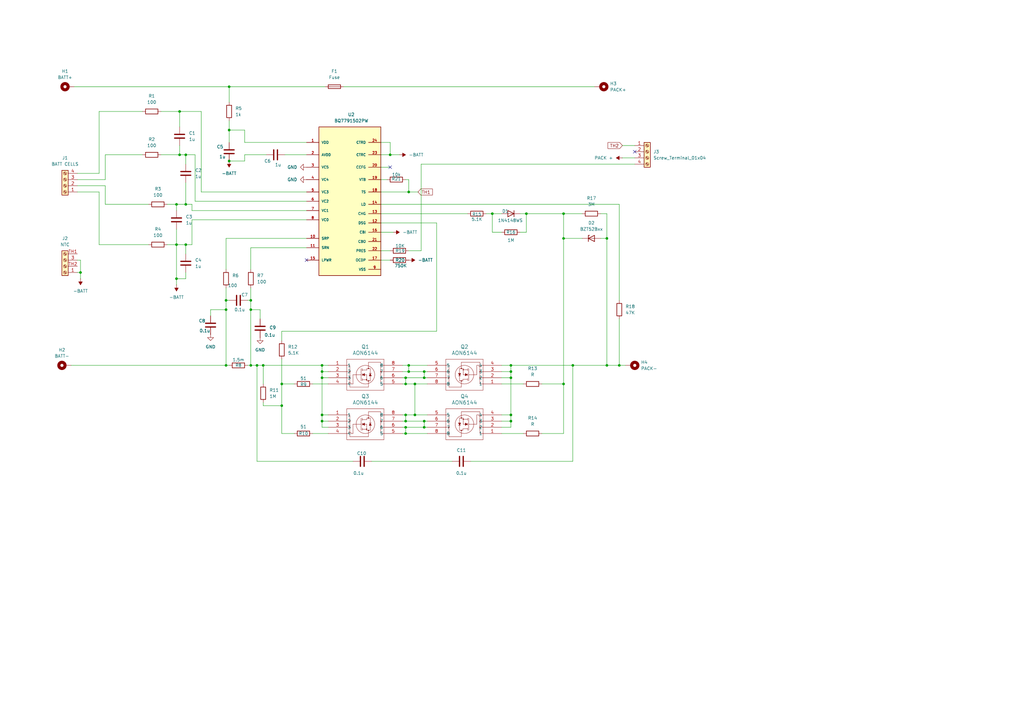
<source format=kicad_sch>
(kicad_sch (version 20250114) (generator "eeschema") (generator_version "9.0")
  (paper "A3")
  (lib_symbols
    (symbol "2025-05-30_15-23-58:AON6144" (pin_names (offset 0.254))
      (property "Reference" "Q" (at 15.24 7.62 0))
      (property "Value" "AON6144" (at 15.24 5.08 0))
      (symbol "AON6144_0_1"
        (polyline (pts (xy 7.62 2.54) (xy 7.62 -10.16)) (stroke (width 0.127)))
        (polyline (pts (xy 7.62 0) (xy 8.89 0)) (stroke (width 0.127)))
        (polyline (pts (xy 7.62 -2.54) (xy 8.89 -2.54)) (stroke (width 0.127)))
        (polyline (pts (xy 7.62 -5.08) (xy 8.89 -5.08)) (stroke (width 0.127)))
        (polyline (pts (xy 7.62 -7.62) (xy 8.382 -7.62)) (stroke (width 0.127)))
        (polyline (pts (xy 7.62 -10.16) (xy 22.86 -10.16)) (stroke (width 0.127)))
        (polyline (pts (xy 8.89 0) (xy 8.89 -8.89)) (stroke (width 0.127)))
        (circle (center 8.89 -2.54) (radius 0.127) (stroke (width 0.254)))
        (circle (center 8.89 -5.08) (radius 0.127) (stroke (width 0.254)))
        (arc (start 8.382 -7.62) (mid 8.89 -7.1142) (end 9.398 -7.62) (stroke (width 0.127)))
        (polyline (pts (xy 8.89 -8.89) (xy 16.51 -8.89)) (stroke (width 0.127)))
        (polyline (pts (xy 10.16 -3.81) (xy 10.16 -7.62)) (stroke (width 0.127)))
        (polyline (pts (xy 10.16 -3.81) (xy 13.462 -3.81)) (stroke (width 0.127)))
        (polyline (pts (xy 10.16 -7.62) (xy 9.398 -7.62)) (stroke (width 0.127)))
        (polyline (pts (xy 13.462 -6.35) (xy 13.462 -1.27)) (stroke (width 0.127)))
        (polyline (pts (xy 13.97 -1.905) (xy 15.875 -1.905)) (stroke (width 0.127)))
        (polyline (pts (xy 13.97 -2.286) (xy 13.97 -1.27)) (stroke (width 0.127)))
        (polyline (pts (xy 13.97 -4.318) (xy 13.97 -3.302)) (stroke (width 0.127)))
        (polyline (pts (xy 13.97 -5.842) (xy 15.748 -5.842)) (stroke (width 0.127)))
        (polyline (pts (xy 13.97 -6.35) (xy 13.97 -5.334)) (stroke (width 0.127)))
        (polyline (pts (xy 14.986 -3.302) (xy 13.97 -3.81) (xy 14.986 -4.318)) (fill (type outline)))
        (polyline (pts (xy 14.986 -3.81) (xy 15.748 -3.81)) (stroke (width 0.127)))
        (circle (center 15.24 -3.81) (radius 3.81) (stroke (width 0.127)))
        (circle (center 15.748 -5.842) (radius 0.127) (stroke (width 0.254)))
        (polyline (pts (xy 15.748 -6.35) (xy 15.748 -3.81)) (stroke (width 0.127)))
        (polyline (pts (xy 15.748 -6.35) (xy 17.272 -6.35)) (stroke (width 0.127)))
        (polyline (pts (xy 15.875 -1.27) (xy 17.272 -1.27)) (stroke (width 0.127)))
        (polyline (pts (xy 15.875 -1.905) (xy 15.875 -1.27)) (stroke (width 0.127)))
        (polyline (pts (xy 16.51 1.27) (xy 16.51 -1.27)) (stroke (width 0.127)))
        (circle (center 16.51 -1.27) (radius 0.127) (stroke (width 0.254)))
        (circle (center 16.51 -6.35) (radius 0.127) (stroke (width 0.254)))
        (polyline (pts (xy 16.51 -8.89) (xy 16.51 -6.35)) (stroke (width 0.127)))
        (polyline (pts (xy 17.272 -3.302) (xy 17.272 -1.27)) (stroke (width 0.127)))
        (polyline (pts (xy 17.272 -6.35) (xy 17.272 -4.318)) (stroke (width 0.127)))
        (polyline (pts (xy 17.78 -3.302) (xy 16.764 -3.302)) (stroke (width 0.127)))
        (polyline (pts (xy 17.78 -4.318) (xy 16.764 -4.318) (xy 17.272 -3.302)) (fill (type outline)))
        (polyline (pts (xy 21.59 1.27) (xy 16.51 1.27)) (stroke (width 0.127)))
        (circle (center 21.59 0) (radius 0.127) (stroke (width 0.254)))
        (circle (center 21.59 -2.54) (radius 0.127) (stroke (width 0.254)))
        (circle (center 21.59 -5.08) (radius 0.127) (stroke (width 0.254)))
        (polyline (pts (xy 21.59 -7.62) (xy 21.59 1.27)) (stroke (width 0.127)))
        (polyline (pts (xy 22.86 2.54) (xy 7.62 2.54)) (stroke (width 0.127)))
        (polyline (pts (xy 22.86 0) (xy 21.59 0)) (stroke (width 0.127)))
        (polyline (pts (xy 22.86 -2.54) (xy 21.59 -2.54)) (stroke (width 0.127)))
        (polyline (pts (xy 22.86 -5.08) (xy 21.59 -5.08)) (stroke (width 0.127)))
        (polyline (pts (xy 22.86 -7.62) (xy 21.59 -7.62)) (stroke (width 0.127)))
        (polyline (pts (xy 22.86 -10.16) (xy 22.86 2.54)) (stroke (width 0.127)))
        (pin unspecified line (at 0 0 0) (length 7.62) (name "1") (number "1"))
        (pin unspecified line (at 0 -2.54 0) (length 7.62) (name "2") (number "2"))
        (pin unspecified line (at 0 -5.08 0) (length 7.62) (name "3") (number "3"))
        (pin unspecified line (at 0 -7.62 0) (length 7.62) (name "4") (number "4"))
        (pin unspecified line (at 30.48 0 180) (length 7.62) (name "8") (number "8"))
        (pin unspecified line (at 30.48 -2.54 180) (length 7.62) (name "7") (number "7"))
        (pin unspecified line (at 30.48 -5.08 180) (length 7.62) (name "6") (number "6"))
        (pin unspecified line (at 30.48 -7.62 180) (length 7.62) (name "5") (number "5"))
      )
    )
    (symbol "BQ7791502PW_1" (pin_names (offset 1.016))
      (property "Reference" "U2" (at 0.5715 35.56 0))
      (property "Value" "BQ7791502PW" (at 0.5715 33.02 0))
      (symbol "BQ7791502PW_1_0_0"
        (rectangle (start -12.7 30.48) (end 12.7 -30.48) (stroke (width 0.254)) (fill (type background)))
        (pin power_in line (at -17.78 24.13 0) (length 5.08) (name "VDD") (number "1"))
        (pin output line (at -17.78 19.05 0) (length 5.08) (name "AVDD") (number "2"))
        (pin input line (at -17.78 13.97 0) (length 5.08) (name "VC5") (number "3"))
        (pin input line (at -17.78 8.89 0) (length 5.08) (name "VC4") (number "4"))
        (pin input line (at -17.78 3.81 0) (length 5.08) (name "VC3") (number "5"))
        (pin input line (at -17.78 0 0) (length 5.08) (name "VC2") (number "6"))
        (pin input line (at -17.78 -3.81 0) (length 5.08) (name "VC1") (number "7"))
        (pin input line (at -17.78 -7.62 0) (length 5.08) (name "VC0") (number "8"))
        (pin input line (at -17.78 -15.24 0) (length 5.08) (name "SRP") (number "10"))
        (pin input line (at -17.78 -19.05 0) (length 5.08) (name "SRN") (number "11"))
        (pin output line (at -17.78 -24.13 0) (length 5.08) (name "LPWR") (number "15"))
        (pin input line (at 12.7 24.13 180) (length 5.08) (name "CTRD") (number "24"))
        (pin input line (at 12.7 19.05 180) (length 5.08) (name "CTRC") (number "23"))
        (pin input line (at 12.7 13.97 180) (length 5.08) (name "CCFG") (number "20"))
        (pin output line (at 12.7 8.89 180) (length 5.08) (name "VTB") (number "19"))
        (pin input line (at 12.7 3.81 180) (length 5.08) (name "TS") (number "18"))
        (pin input line (at 12.7 -1.27 180) (length 5.08) (name "LD") (number "14"))
        (pin output line (at 12.7 -5.08 180) (length 5.08) (name "CHG") (number "13"))
        (pin output line (at 12.7 -8.89 180) (length 5.08) (name "DSG") (number "12"))
        (pin input line (at 12.7 -12.7 180) (length 5.08) (name "CBI") (number "16"))
        (pin output line (at 12.7 -16.51 180) (length 5.08) (name "CBO") (number "21"))
        (pin input line (at 12.7 -20.32 180) (length 5.08) (name "PRES") (number "22"))
        (pin input line (at 12.7 -24.13 180) (length 5.08) (name "OCDP") (number "17"))
        (pin power_in line (at 12.7 -27.94 180) (length 5.08) (name "VSS") (number "9"))
      )
    )
    (symbol "Connector:Screw_Terminal_01x04" (pin_names (offset 1.016) (hide yes))
      (property "Reference" "J" (at 0 5.08 0))
      (property "Value" "Screw_Terminal_01x04" (at 0 -7.62 0))
      (symbol "Screw_Terminal_01x04_1_1"
        (rectangle (start -1.27 3.81) (end 1.27 -6.35) (stroke (width 0.254)) (fill (type background)))
        (polyline (pts (xy -0.5334 2.8702) (xy 0.3302 2.032)) (stroke (width 0.1524)))
        (polyline (pts (xy -0.5334 0.3302) (xy 0.3302 -0.508)) (stroke (width 0.1524)))
        (polyline (pts (xy -0.5334 -2.2098) (xy 0.3302 -3.048)) (stroke (width 0.1524)))
        (polyline (pts (xy -0.5334 -4.7498) (xy 0.3302 -5.588)) (stroke (width 0.1524)))
        (polyline (pts (xy -0.3556 3.048) (xy 0.508 2.2098)) (stroke (width 0.1524)))
        (polyline (pts (xy -0.3556 0.508) (xy 0.508 -0.3302)) (stroke (width 0.1524)))
        (polyline (pts (xy -0.3556 -2.032) (xy 0.508 -2.8702)) (stroke (width 0.1524)))
        (polyline (pts (xy -0.3556 -4.572) (xy 0.508 -5.4102)) (stroke (width 0.1524)))
        (circle (center 0 2.54) (radius 0.635) (stroke (width 0.1524)))
        (circle (center 0 0) (radius 0.635) (stroke (width 0.1524)))
        (circle (center 0 -2.54) (radius 0.635) (stroke (width 0.1524)))
        (circle (center 0 -5.08) (radius 0.635) (stroke (width 0.1524)))
        (pin passive line (at -5.08 2.54 0) (length 3.81) (name "Pin_1") (number "1"))
        (pin passive line (at -5.08 0 0) (length 3.81) (name "Pin_2") (number "2"))
        (pin passive line (at -5.08 -2.54 0) (length 3.81) (name "Pin_3") (number "3"))
        (pin passive line (at -5.08 -5.08 0) (length 3.81) (name "Pin_4") (number "4"))
      )
    )
    (symbol "Device:C" (pin_numbers (hide yes)) (pin_names (offset 0.254))
      (property "Reference" "C" (at 0.635 2.54 0))
      (property "Value" "C" (at 0.635 -2.54 0))
      (symbol "C_0_1"
        (polyline (pts (xy -2.032 0.762) (xy 2.032 0.762)) (stroke (width 0.508)))
        (polyline (pts (xy -2.032 -0.762) (xy 2.032 -0.762)) (stroke (width 0.508)))
      )
      (symbol "C_1_1"
        (pin passive line (at 0 3.81 270) (length 2.794) (name "~") (number "1"))
        (pin passive line (at 0 -3.81 90) (length 2.794) (name "~") (number "2"))
      )
    )
    (symbol "Device:Fuse" (pin_numbers (hide yes)) (pin_names (offset 0))
      (property "Reference" "F" (at 2.032 0 90))
      (property "Value" "Fuse" (at -1.905 0 90))
      (symbol "Fuse_0_1"
        (rectangle (start -0.762 -2.54) (end 0.762 2.54) (stroke (width 0.254)))
        (polyline (pts (xy 0 2.54) (xy 0 -2.54)))
      )
      (symbol "Fuse_1_1"
        (pin passive line (at 0 3.81 270) (length 1.27) (name "~") (number "1"))
        (pin passive line (at 0 -3.81 90) (length 1.27) (name "~") (number "2"))
      )
    )
    (symbol "Device:R" (pin_numbers (hide yes)) (pin_names (offset 0))
      (property "Reference" "R" (at 2.032 0 90))
      (property "Value" "R" (at 0 0 90))
      (symbol "R_0_1"
        (rectangle (start -1.016 -2.54) (end 1.016 2.54) (stroke (width 0.254)))
      )
      (symbol "R_1_1"
        (pin passive line (at 0 3.81 270) (length 1.27) (name "~") (number "1"))
        (pin passive line (at 0 -3.81 90) (length 1.27) (name "~") (number "2"))
      )
    )
    (symbol "Diode:1N4148WS" (pin_numbers (hide yes)) (pin_names (hide yes))
      (property "Reference" "D" (at 0 2.54 0))
      (property "Value" "1N4148WS" (at 0 -2.54 0))
      (symbol "1N4148WS_0_1"
        (polyline (pts (xy -1.27 1.27) (xy -1.27 -1.27)) (stroke (width 0.254)))
        (polyline (pts (xy 1.27 1.27) (xy 1.27 -1.27) (xy -1.27 0) (xy 1.27 1.27)) (stroke (width 0.254)))
        (polyline (pts (xy 1.27 0) (xy -1.27 0)))
      )
      (symbol "1N4148WS_1_1"
        (pin passive line (at -3.81 0 0) (length 2.54) (name "K") (number "1"))
        (pin passive line (at 3.81 0 180) (length 2.54) (name "A") (number "2"))
      )
    )
    (symbol "Diode:BZT52Bxx" (pin_numbers (hide yes)) (pin_names (hide yes))
      (property "Reference" "D" (at 0 2.54 0))
      (property "Value" "BZT52Bxx" (at 0 -2.54 0))
      (symbol "BZT52Bxx_0_1"
        (polyline (pts (xy -1.27 -1.27) (xy -1.27 1.27) (xy -0.762 1.27)) (stroke (width 0.254)))
        (polyline (pts (xy 1.27 0) (xy -1.27 0)))
        (polyline (pts (xy 1.27 -1.27) (xy 1.27 1.27) (xy -1.27 0) (xy 1.27 -1.27)) (stroke (width 0.254)))
      )
      (symbol "BZT52Bxx_1_1"
        (pin passive line (at -3.81 0 0) (length 2.54) (name "K") (number "1"))
        (pin passive line (at 3.81 0 180) (length 2.54) (name "A") (number "2"))
      )
    )
    (symbol "Mechanical:MountingHole_Pad_MP" (pin_numbers (hide yes)) (pin_names (offset 1.016) (hide yes)) (in_bom no)
      (property "Reference" "H" (at 0 6.35 0))
      (property "Value" "MountingHole_Pad_MP" (at 0 4.445 0))
      (symbol "MountingHole_Pad_MP_0_1"
        (circle (center 0 1.27) (radius 1.27) (stroke (width 1.27)))
      )
      (symbol "MountingHole_Pad_MP_1_1"
        (pin input line (at 0 -2.54 90) (length 2.54) (name "MP") (number "MP"))
      )
    )
    (symbol "Screw_Terminal_01x04_1" (pin_names (offset 1.016) (hide yes))
      (property "Reference" "J2" (at 0 -11.43 0))
      (property "Value" "NTC" (at 0 -8.89 0))
      (symbol "Screw_Terminal_01x04_1_1_1"
        (rectangle (start -1.27 3.81) (end 1.27 -6.35) (stroke (width 0.254)) (fill (type background)))
        (polyline (pts (xy -0.5334 2.8702) (xy 0.3302 2.032)) (stroke (width 0.1524)))
        (polyline (pts (xy -0.5334 0.3302) (xy 0.3302 -0.508)) (stroke (width 0.1524)))
        (polyline (pts (xy -0.5334 -2.2098) (xy 0.3302 -3.048)) (stroke (width 0.1524)))
        (polyline (pts (xy -0.5334 -4.7498) (xy 0.3302 -5.588)) (stroke (width 0.1524)))
        (polyline (pts (xy -0.3556 3.048) (xy 0.508 2.2098)) (stroke (width 0.1524)))
        (polyline (pts (xy -0.3556 0.508) (xy 0.508 -0.3302)) (stroke (width 0.1524)))
        (polyline (pts (xy -0.3556 -2.032) (xy 0.508 -2.8702)) (stroke (width 0.1524)))
        (polyline (pts (xy -0.3556 -4.572) (xy 0.508 -5.4102)) (stroke (width 0.1524)))
        (circle (center 0 2.54) (radius 0.635) (stroke (width 0.1524)))
        (circle (center 0 0) (radius 0.635) (stroke (width 0.1524)))
        (circle (center 0 -2.54) (radius 0.635) (stroke (width 0.1524)))
        (circle (center 0 -5.08) (radius 0.635) (stroke (width 0.1524)))
        (pin passive line (at -5.08 2.54 0) (length 3.81) (name "Pin_1") (number "1"))
        (pin passive line (at -5.08 0 0) (length 3.81) (name "Pin_2") (number "TH2"))
        (pin passive line (at -5.08 -2.54 0) (length 3.81) (name "Pin_3") (number "3"))
        (pin passive line (at -5.08 -5.08 0) (length 3.81) (name "Pin_4") (number "TH1"))
      )
    )
    (symbol "power:-BATT" (power) (pin_numbers (hide yes)) (pin_names (offset 0) (hide yes))
      (property "Value" "-BATT" (at 0 3.556 0))
      (symbol "-BATT_0_1"
        (polyline (pts (xy 0 0) (xy 0 2.54)))
        (polyline (pts (xy 0.762 1.27) (xy -0.762 1.27) (xy 0 2.54) (xy 0.762 1.27)) (fill (type outline)))
      )
      (symbol "-BATT_1_1"
        (pin power_in line (at 0 0 90) (length 0) (name "~") (number "1"))
      )
    )
    (symbol "power:GND" (power) (pin_numbers (hide yes)) (pin_names (offset 0) (hide yes))
      (property "Value" "GND" (at 0 -3.81 0))
      (symbol "GND_0_1"
        (polyline (pts (xy 0 0) (xy 0 -1.27) (xy 1.27 -1.27) (xy 0 -2.54) (xy -1.27 -1.27) (xy 0 -1.27)))
      )
      (symbol "GND_1_1"
        (pin power_in line (at 0 0 270) (length 0) (name "~") (number "1"))
      )
    )
  )
  (junction (at 170.18 157.48))
  (junction (at 76.2 83.82))
  (junction (at 248.92 149.86))
  (junction (at 132.08 152.4))
  (junction (at 107.95 149.86))
  (junction (at 73.66 63.5))
  (junction (at 166.37 154.94))
  (junction (at 166.37 172.72))
  (junction (at 173.99 175.26))
  (junction (at 231.14 87.63))
  (junction (at 234.95 149.86))
  (junction (at 215.9 87.63))
  (junction (at 209.55 170.18))
  (junction (at 76.2 100.33))
  (junction (at 170.18 170.18))
  (junction (at 231.14 97.79))
  (junction (at 92.71 149.86))
  (junction (at 115.57 166.37))
  (junction (at 72.39 100.33))
  (junction (at 93.98 53.34))
  (junction (at 132.08 170.18))
  (junction (at 93.98 35.56))
  (junction (at 102.87 127))
  (junction (at 167.64 152.4))
  (junction (at 231.14 157.48))
  (junction (at 173.99 172.72))
  (junction (at 160.02 63.5))
  (junction (at 173.99 154.94))
  (junction (at 33.02 111.76))
  (junction (at 102.87 149.86))
  (junction (at 76.2 63.5))
  (junction (at 166.37 157.48))
  (junction (at 209.55 172.72))
  (junction (at 72.39 83.82))
  (junction (at 209.55 154.94))
  (junction (at 93.98 66.04))
  (junction (at 254 149.86))
  (junction (at 166.37 170.18))
  (junction (at 209.55 149.86))
  (junction (at 173.99 152.4))
  (junction (at 115.57 157.48))
  (junction (at 73.66 45.72))
  (junction (at 132.08 172.72))
  (junction (at 167.64 149.86))
  (junction (at 209.55 152.4))
  (junction (at 167.64 78.74))
  (junction (at 72.39 114.3))
  (junction (at 92.71 123.19))
  (junction (at 166.37 177.8))
  (junction (at 132.08 154.94))
  (junction (at 105.41 149.86))
  (junction (at 201.93 87.63))
  (junction (at 166.37 175.26))
  (junction (at 132.08 149.86))
  (junction (at 92.71 127))
  (junction (at 102.87 123.19))
  (junction (at 248.92 97.79))
  (no_connect (at 160.02 68.58))
  (no_connect (at 260.35 62.23))
  (no_connect (at 125.73 106.68))
  (wire (pts (xy 40.64 45.72) (xy 40.64 71.12)))
  (wire (pts (xy 156.21 83.82) (xy 254 83.82)))
  (wire (pts (xy 80.01 82.55) (xy 125.73 82.55)))
  (wire (pts (xy 76.2 63.5) (xy 76.2 67.31)))
  (wire (pts (xy 128.27 157.48) (xy 134.62 157.48)))
  (wire (pts (xy 209.55 149.86) (xy 234.95 149.86)))
  (wire (pts (xy 193.04 189.23) (xy 234.95 189.23)))
  (wire (pts (xy 93.98 53.34) (xy 93.98 58.42)))
  (wire (pts (xy 93.98 49.53) (xy 93.98 53.34)))
  (wire (pts (xy 254 130.81) (xy 254 149.86)))
  (wire (pts (xy 156.21 68.58) (xy 160.02 68.58)))
  (wire (pts (xy 66.04 45.72) (xy 73.66 45.72)))
  (wire (pts (xy 132.08 170.18) (xy 134.62 170.18)))
  (wire (pts (xy 166.37 175.26) (xy 165.1 175.26)))
  (wire (pts (xy 31.75 111.76) (xy 33.02 111.76)))
  (wire (pts (xy 73.66 45.72) (xy 73.66 52.07)))
  (wire (pts (xy 173.99 175.26) (xy 166.37 175.26)))
  (wire (pts (xy 209.55 175.26) (xy 205.74 175.26)))
  (wire (pts (xy 105.41 189.23) (xy 144.78 189.23)))
  (wire (pts (xy 173.99 154.94) (xy 166.37 154.94)))
  (wire (pts (xy 170.18 157.48) (xy 170.18 170.18)))
  (wire (pts (xy 205.74 95.25) (xy 201.93 95.25)))
  (wire (pts (xy 40.64 78.74) (xy 31.75 78.74)))
  (wire (pts (xy 156.21 78.74) (xy 167.64 78.74)))
  (wire (pts (xy 76.2 74.93) (xy 76.2 83.82)))
  (wire (pts (xy 234.95 149.86) (xy 248.92 149.86)))
  (wire (pts (xy 248.92 149.86) (xy 254 149.86)))
  (wire (pts (xy 40.64 71.12) (xy 31.75 71.12)))
  (wire (pts (xy 167.64 102.87) (xy 172.72 102.87)))
  (wire (pts (xy 175.26 157.48) (xy 170.18 157.48)))
  (wire (pts (xy 93.98 53.34) (xy 100.33 53.34)))
  (wire (pts (xy 72.39 100.33) (xy 72.39 114.3)))
  (wire (pts (xy 33.02 106.68) (xy 33.02 111.76)))
  (wire (pts (xy 160.02 58.42) (xy 160.02 63.5)))
  (wire (pts (xy 80.01 63.5) (xy 80.01 82.55)))
  (wire (pts (xy 43.18 83.82) (xy 43.18 76.2)))
  (wire (pts (xy 209.55 172.72) (xy 209.55 175.26)))
  (wire (pts (xy 209.55 152.4) (xy 209.55 154.94)))
  (wire (pts (xy 248.92 97.79) (xy 248.92 149.86)))
  (wire (pts (xy 167.64 73.66) (xy 166.37 73.66)))
  (wire (pts (xy 201.93 87.63) (xy 205.74 87.63)))
  (wire (pts (xy 175.26 170.18) (xy 170.18 170.18)))
  (wire (pts (xy 132.08 154.94) (xy 134.62 154.94)))
  (wire (pts (xy 132.08 154.94) (xy 132.08 170.18)))
  (wire (pts (xy 167.64 149.86) (xy 165.1 149.86)))
  (wire (pts (xy 179.07 135.89) (xy 115.57 135.89)))
  (wire (pts (xy 29.21 149.86) (xy 92.71 149.86)))
  (wire (pts (xy 134.62 152.4) (xy 132.08 152.4)))
  (wire (pts (xy 101.6 149.86) (xy 102.87 149.86)))
  (wire (pts (xy 100.33 53.34) (xy 100.33 58.42)))
  (wire (pts (xy 205.74 152.4) (xy 209.55 152.4)))
  (wire (pts (xy 68.58 83.82) (xy 72.39 83.82)))
  (wire (pts (xy 102.87 149.86) (xy 105.41 149.86)))
  (wire (pts (xy 40.64 100.33) (xy 60.96 100.33)))
  (wire (pts (xy 78.74 100.33) (xy 78.74 90.17)))
  (wire (pts (xy 102.87 123.19) (xy 101.6 123.19)))
  (wire (pts (xy 231.14 97.79) (xy 238.76 97.79)))
  (wire (pts (xy 72.39 114.3) (xy 76.2 114.3)))
  (wire (pts (xy 209.55 149.86) (xy 209.55 152.4)))
  (wire (pts (xy 72.39 93.98) (xy 72.39 100.33)))
  (wire (pts (xy 66.04 63.5) (xy 73.66 63.5)))
  (wire (pts (xy 31.75 106.68) (xy 33.02 106.68)))
  (wire (pts (xy 92.71 127) (xy 86.36 127)))
  (wire (pts (xy 248.92 87.63) (xy 248.92 97.79)))
  (wire (pts (xy 100.33 63.5) (xy 100.33 66.04)))
  (wire (pts (xy 160.02 63.5) (xy 163.83 63.5)))
  (wire (pts (xy 73.66 63.5) (xy 76.2 63.5)))
  (wire (pts (xy 231.14 97.79) (xy 231.14 157.48)))
  (wire (pts (xy 73.66 45.72) (xy 82.55 45.72)))
  (wire (pts (xy 78.74 90.17) (xy 125.73 90.17)))
  (wire (pts (xy 215.9 95.25) (xy 215.9 87.63)))
  (wire (pts (xy 78.74 83.82) (xy 78.74 86.36)))
  (wire (pts (xy 205.74 170.18) (xy 209.55 170.18)))
  (wire (pts (xy 179.07 91.44) (xy 179.07 135.89)))
  (wire (pts (xy 209.55 154.94) (xy 209.55 170.18)))
  (wire (pts (xy 93.98 35.56) (xy 93.98 41.91)))
  (wire (pts (xy 132.08 170.18) (xy 132.08 172.72)))
  (wire (pts (xy 43.18 63.5) (xy 43.18 73.66)))
  (wire (pts (xy 172.72 102.87) (xy 172.72 67.31)))
  (wire (pts (xy 107.95 149.86) (xy 132.08 149.86)))
  (wire (pts (xy 92.71 97.79) (xy 125.73 97.79)))
  (wire (pts (xy 167.64 78.74) (xy 167.64 73.66)))
  (wire (pts (xy 40.64 100.33) (xy 40.64 78.74)))
  (wire (pts (xy 76.2 100.33) (xy 76.2 104.14)))
  (wire (pts (xy 93.98 35.56) (xy 133.35 35.56)))
  (wire (pts (xy 92.71 118.11) (xy 92.71 123.19)))
  (wire (pts (xy 199.39 87.63) (xy 201.93 87.63)))
  (wire (pts (xy 93.98 66.04) (xy 100.33 66.04)))
  (wire (pts (xy 115.57 157.48) (xy 115.57 166.37)))
  (wire (pts (xy 82.55 45.72) (xy 82.55 78.74)))
  (wire (pts (xy 172.72 67.31) (xy 260.35 67.31)))
  (wire (pts (xy 33.02 111.76) (xy 33.02 114.3)))
  (wire (pts (xy 132.08 172.72) (xy 134.62 172.72)))
  (wire (pts (xy 231.14 87.63) (xy 231.14 97.79)))
  (wire (pts (xy 92.71 127) (xy 92.71 149.86)))
  (wire (pts (xy 175.26 152.4) (xy 173.99 152.4)))
  (wire (pts (xy 156.21 106.68) (xy 160.02 106.68)))
  (wire (pts (xy 92.71 97.79) (xy 92.71 110.49)))
  (wire (pts (xy 43.18 63.5) (xy 58.42 63.5)))
  (wire (pts (xy 132.08 152.4) (xy 132.08 154.94)))
  (wire (pts (xy 213.36 87.63) (xy 215.9 87.63)))
  (wire (pts (xy 166.37 154.94) (xy 166.37 157.48)))
  (wire (pts (xy 173.99 172.72) (xy 166.37 172.72)))
  (wire (pts (xy 167.64 149.86) (xy 167.64 152.4)))
  (wire (pts (xy 167.64 78.74) (xy 171.45 78.74)))
  (wire (pts (xy 105.41 149.86) (xy 107.95 149.86)))
  (wire (pts (xy 156.21 91.44) (xy 179.07 91.44)))
  (wire (pts (xy 231.14 177.8) (xy 222.25 177.8)))
  (wire (pts (xy 209.55 170.18) (xy 209.55 172.72)))
  (wire (pts (xy 222.25 157.48) (xy 231.14 157.48)))
  (wire (pts (xy 30.48 35.56) (xy 93.98 35.56)))
  (wire (pts (xy 82.55 78.74) (xy 125.73 78.74)))
  (wire (pts (xy 73.66 59.69) (xy 73.66 63.5)))
  (wire (pts (xy 175.26 177.8) (xy 166.37 177.8)))
  (wire (pts (xy 132.08 175.26) (xy 134.62 175.26)))
  (wire (pts (xy 72.39 83.82) (xy 72.39 86.36)))
  (wire (pts (xy 152.4 189.23) (xy 185.42 189.23)))
  (wire (pts (xy 213.36 95.25) (xy 215.9 95.25)))
  (wire (pts (xy 205.74 149.86) (xy 209.55 149.86)))
  (wire (pts (xy 205.74 177.8) (xy 214.63 177.8)))
  (wire (pts (xy 175.26 154.94) (xy 173.99 154.94)))
  (wire (pts (xy 173.99 172.72) (xy 173.99 175.26)))
  (wire (pts (xy 156.21 95.25) (xy 161.29 95.25)))
  (wire (pts (xy 140.97 35.56) (xy 243.84 35.56)))
  (wire (pts (xy 205.74 172.72) (xy 209.55 172.72)))
  (wire (pts (xy 170.18 170.18) (xy 166.37 170.18)))
  (wire (pts (xy 102.87 123.19) (xy 102.87 127)))
  (wire (pts (xy 115.57 157.48) (xy 120.65 157.48)))
  (wire (pts (xy 115.57 177.8) (xy 120.65 177.8)))
  (wire (pts (xy 215.9 87.63) (xy 231.14 87.63)))
  (wire (pts (xy 132.08 149.86) (xy 132.08 152.4)))
  (wire (pts (xy 102.87 118.11) (xy 102.87 123.19)))
  (wire (pts (xy 246.38 87.63) (xy 248.92 87.63)))
  (wire (pts (xy 160.02 63.5) (xy 156.21 63.5)))
  (wire (pts (xy 92.71 123.19) (xy 92.71 127)))
  (wire (pts (xy 166.37 175.26) (xy 166.37 177.8)))
  (wire (pts (xy 115.57 135.89) (xy 115.57 139.7)))
  (wire (pts (xy 166.37 170.18) (xy 166.37 172.72)))
  (wire (pts (xy 78.74 86.36) (xy 125.73 86.36)))
  (wire (pts (xy 205.74 154.94) (xy 209.55 154.94)))
  (wire (pts (xy 72.39 114.3) (xy 72.39 116.84)))
  (wire (pts (xy 173.99 152.4) (xy 173.99 154.94)))
  (wire (pts (xy 100.33 58.42) (xy 125.73 58.42)))
  (wire (pts (xy 166.37 157.48) (xy 165.1 157.48)))
  (wire (pts (xy 107.95 165.1) (xy 107.95 166.37)))
  (wire (pts (xy 175.26 172.72) (xy 173.99 172.72)))
  (wire (pts (xy 205.74 157.48) (xy 214.63 157.48)))
  (wire (pts (xy 156.21 58.42) (xy 160.02 58.42)))
  (wire (pts (xy 255.27 64.77) (xy 260.35 64.77)))
  (wire (pts (xy 167.64 152.4) (xy 165.1 152.4)))
  (wire (pts (xy 76.2 63.5) (xy 80.01 63.5)))
  (wire (pts (xy 166.37 154.94) (xy 165.1 154.94)))
  (wire (pts (xy 201.93 95.25) (xy 201.93 87.63)))
  (wire (pts (xy 106.68 127) (xy 106.68 130.81)))
  (wire (pts (xy 254 149.86) (xy 256.54 149.86)))
  (wire (pts (xy 68.58 100.33) (xy 72.39 100.33)))
  (wire (pts (xy 173.99 152.4) (xy 167.64 152.4)))
  (wire (pts (xy 102.87 127) (xy 102.87 149.86)))
  (wire (pts (xy 132.08 172.72) (xy 132.08 175.26)))
  (wire (pts (xy 128.27 177.8) (xy 134.62 177.8)))
  (wire (pts (xy 72.39 83.82) (xy 76.2 83.82)))
  (wire (pts (xy 105.41 149.86) (xy 105.41 189.23)))
  (wire (pts (xy 115.57 147.32) (xy 115.57 157.48)))
  (wire (pts (xy 170.18 157.48) (xy 166.37 157.48)))
  (wire (pts (xy 86.36 127) (xy 86.36 129.54)))
  (wire (pts (xy 100.33 63.5) (xy 109.22 63.5)))
  (wire (pts (xy 166.37 177.8) (xy 165.1 177.8)))
  (wire (pts (xy 72.39 100.33) (xy 76.2 100.33)))
  (wire (pts (xy 156.21 87.63) (xy 191.77 87.63)))
  (wire (pts (xy 234.95 189.23) (xy 234.95 149.86)))
  (wire (pts (xy 231.14 87.63) (xy 238.76 87.63)))
  (wire (pts (xy 156.21 102.87) (xy 160.02 102.87)))
  (wire (pts (xy 166.37 170.18) (xy 165.1 170.18)))
  (wire (pts (xy 175.26 175.26) (xy 173.99 175.26)))
  (wire (pts (xy 116.84 63.5) (xy 125.73 63.5)))
  (wire (pts (xy 92.71 149.86) (xy 93.98 149.86)))
  (wire (pts (xy 92.71 123.19) (xy 93.98 123.19)))
  (wire (pts (xy 134.62 149.86) (xy 132.08 149.86)))
  (wire (pts (xy 156.21 73.66) (xy 158.75 73.66)))
  (wire (pts (xy 76.2 83.82) (xy 78.74 83.82)))
  (wire (pts (xy 40.64 45.72) (xy 58.42 45.72)))
  (wire (pts (xy 102.87 127) (xy 106.68 127)))
  (wire (pts (xy 115.57 166.37) (xy 115.57 177.8)))
  (wire (pts (xy 175.26 149.86) (xy 167.64 149.86)))
  (wire (pts (xy 231.14 157.48) (xy 231.14 177.8)))
  (wire (pts (xy 102.87 101.6) (xy 102.87 110.49)))
  (wire (pts (xy 107.95 149.86) (xy 107.95 157.48)))
  (wire (pts (xy 43.18 83.82) (xy 60.96 83.82)))
  (wire (pts (xy 166.37 172.72) (xy 165.1 172.72)))
  (wire (pts (xy 43.18 73.66) (xy 31.75 73.66)))
  (wire (pts (xy 43.18 76.2) (xy 31.75 76.2)))
  (wire (pts (xy 125.73 101.6) (xy 102.87 101.6)))
  (wire (pts (xy 76.2 114.3) (xy 76.2 111.76)))
  (wire (pts (xy 76.2 100.33) (xy 78.74 100.33)))
  (wire (pts (xy 107.95 166.37) (xy 115.57 166.37)))
  (wire (pts (xy 254 83.82) (xy 254 123.19)))
  (wire (pts (xy 248.92 97.79) (xy 246.38 97.79)))
  (wire (pts (xy 255.27 59.69) (xy 260.35 59.69)))
  (global_label "TH1" (shape input) (at 171.45 78.74 0) (property "Intersheetrefs" "${INTERSHEET_REFS}" (effects (hide yes))))
  (global_label "TH2" (shape input) (at 255.27 59.69 180) (property "Intersheetrefs" "${INTERSHEET_REFS}" (effects (hide yes))))
  (symbol (lib_id "Device:R") (at 64.77 83.82 90) (unit 1)
    (property "Reference" "R3" (at 64.77 77.47 90))
    (property "Value" "100" (at 64.77 80.01 90))
    (property "Footprint" "Resistor_SMD:R_1206_3216Metric" (effects (hide yes)))
    (property "Description" "Resistor" (effects (hide yes)))
  )
  (symbol (lib_id "Device:R") (at 62.23 45.72 90) (unit 1)
    (property "Reference" "R1" (at 62.23 39.37 90))
    (property "Value" "100" (at 62.23 41.91 90))
    (property "Footprint" "Resistor_SMD:R_0805_2012Metric" (effects (hide yes)))
    (property "Description" "Resistor" (effects (hide yes)))
  )
  (symbol (lib_id "Device:R") (at 242.57 87.63 90) (unit 1)
    (property "Reference" "R17" (at 242.57 81.28 90))
    (property "Value" "3M" (at 242.57 83.82 90))
    (property "Footprint" "Resistor_SMD:R_0201_0603Metric" (effects (hide yes)))
    (property "Description" "Resistor" (effects (hide yes)))
  )
  (symbol (lib_id "Device:C") (at 148.59 189.23 90) (unit 1)
    (property "Reference" "C10" (at 148.336 185.928 90))
    (property "Value" "0.1u" (at 147.066 194.056 90))
    (property "Footprint" "Capacitor_SMD:C_0805_2012Metric" (effects (hide yes)))
    (property "Description" "Unpolarized capacitor" (effects (hide yes)))
  )
  (symbol (lib_id "power:-BATT") (at 255.27 64.77 90) (unit 1)
    (property "Reference" "#PWR08" (effects (hide yes)))
    (property "Value" "PACK +" (at 251.46 64.7699 90) (effects (justify left)))
    (property "Description" "Power symbol creates a global label with name \"-BATT\"" (effects (hide yes)))
  )
  (symbol (lib_id "power:-BATT") (at 93.98 66.04 180) (unit 1)
    (property "Reference" "#PWR02" (effects (hide yes)))
    (property "Value" "-BATT" (at 93.98 71.12 0))
    (property "Description" "Power symbol creates a global label with name \"-BATT\"" (effects (hide yes)))
  )
  (symbol (lib_id "Device:C") (at 106.68 134.62 0) (unit 1)
    (property "Reference" "C9" (at 110.49 134.366 0) (effects (justify left)))
    (property "Value" "0.1u" (at 108.458 137.414 0) (effects (justify left)))
    (property "Footprint" "Capacitor_SMD:C_0805_2012Metric" (effects (hide yes)))
    (property "Description" "Unpolarized capacitor" (effects (hide yes)))
  )
  (symbol (lib_id "power:-BATT") (at 72.39 116.84 180) (unit 1)
    (property "Reference" "#PWR01" (effects (hide yes)))
    (property "Value" "-BATT" (at 72.39 121.92 0))
    (property "Description" "Power symbol creates a global label with name \"-BATT\"" (effects (hide yes)))
  )
  (symbol (lib_id "power:GND") (at 86.36 137.16 0) (unit 1)
    (property "Reference" "#PWR06" (effects (hide yes)))
    (property "Value" "GND" (at 86.36 142.24 0))
    (property "Description" "Power symbol creates a global label with name \"GND\" , ground" (effects (hide yes)))
  )
  (symbol (lib_id "Device:R") (at 92.71 114.3 0) (unit 1)
    (property "Reference" "R6" (at 95.25 113.0299 0) (effects (justify left)))
    (property "Value" "100" (at 93.472 117.094 0) (effects (justify left)))
    (property "Footprint" "Resistor_SMD:R_0603_1608Metric" (effects (hide yes)))
    (property "Description" "Resistor" (effects (hide yes)))
  )
  (symbol (lib_id "Device:R") (at 162.56 73.66 90) (unit 1)
    (property "Reference" "R21" (at 162.56 73.406 90))
    (property "Value" "10k" (at 162.56 71.628 90))
    (property "Footprint" "Resistor_SMD:R_0603_1608Metric" (effects (hide yes)))
    (property "Description" "Resistor" (effects (hide yes)))
  )
  (symbol (lib_id "Device:Fuse") (at 137.16 35.56 90) (unit 1)
    (property "Reference" "F1" (at 137.16 29.21 90))
    (property "Value" "Fuse" (at 137.16 31.75 90))
    (property "Footprint" "Fuse:Fuse_0603_1608Metric" (effects (hide yes)))
    (property "Description" "Fuse" (effects (hide yes)))
  )
  (symbol (lib_id "Device:C") (at 97.79 123.19 90) (unit 1)
    (property "Reference" "C7" (at 100.33 120.904 90))
    (property "Value" "0.1u" (at 98.298 127 90))
    (property "Footprint" "Capacitor_SMD:C_0805_2012Metric" (effects (hide yes)))
    (property "Description" "Unpolarized capacitor" (effects (hide yes)))
  )
  (symbol (lib_id "Connector:Screw_Terminal_01x04") (at 265.43 62.23 0) (unit 1)
    (property "Reference" "J3" (at 267.97 62.2299 0) (effects (justify left)))
    (property "Value" "Screw_Terminal_01x04" (at 267.97 64.7699 0) (effects (justify left)))
    (property "Description" "Generic screw terminal, single row, 01x04, script generated (kicad-library-utils/schlib/autogen/connector/)" (effects (hide yes)))
  )
  (symbol (lib_id "Device:R") (at 93.98 45.72 0) (unit 1)
    (property "Reference" "R5" (at 96.52 44.4499 0) (effects (justify left)))
    (property "Value" "1k" (at 96.52 46.9899 0) (effects (justify left)))
    (property "Footprint" "Resistor_SMD:R_1206_3216Metric" (effects (hide yes)))
    (property "Description" "Resistor" (effects (hide yes)))
  )
  (symbol (lib_id "Device:R") (at 195.58 87.63 90) (unit 1)
    (property "Reference" "R15" (at 195.58 87.884 90))
    (property "Value" "5.1K" (at 195.58 89.916 90))
    (property "Footprint" "Resistor_SMD:R_0603_1608Metric" (effects (hide yes)))
    (property "Description" "Resistor" (effects (hide yes)))
  )
  (symbol (lib_id "power:-BATT") (at 163.83 63.5 270) (unit 1)
    (property "Reference" "#PWR011" (effects (hide yes)))
    (property "Value" "-BATT" (at 167.64 63.4999 90) (effects (justify left)))
    (property "Description" "Power symbol creates a global label with name \"-BATT\"" (effects (hide yes)))
  )
  (symbol (lib_id "Device:C") (at 113.03 63.5 90) (unit 1)
    (property "Reference" "C6" (at 109.728 66.04 90))
    (property "Value" "1u" (at 114.046 67.564 90))
    (property "Footprint" "Capacitor_SMD:C_0805_2012Metric" (effects (hide yes)))
    (property "Description" "Unpolarized capacitor" (effects (hide yes)))
  )
  (symbol (lib_id "Device:C") (at 72.39 90.17 0) (unit 1)
    (property "Reference" "C3" (at 76.2 88.8999 0) (effects (justify left)))
    (property "Value" "1u" (at 76.2 91.4399 0) (effects (justify left)))
    (property "Footprint" "Capacitor_SMD:C_0805_2012Metric" (effects (hide yes)))
    (property "Description" "Unpolarized capacitor" (effects (hide yes)))
  )
  (symbol (lib_id "Device:R") (at 97.79 149.86 90) (unit 1)
    (property "Reference" "R8" (at 97.79 149.86 90))
    (property "Value" "1.5m" (at 97.79 147.574 90))
    (property "Footprint" "Resistor_SMD:R_2010_5025Metric" (effects (hide yes)))
    (property "Description" "Resistor" (effects (hide yes)))
  )
  (symbol (lib_id "power:GND") (at 125.73 73.66 270) (unit 1)
    (property "Reference" "#PWR04" (effects (hide yes)))
    (property "Value" "GND" (at 121.92 73.6599 90) (effects (justify right)))
    (property "Description" "Power symbol creates a global label with name \"GND\" , ground" (effects (hide yes)))
  )
  (symbol (lib_id "power:GND") (at 106.68 138.43 0) (unit 1)
    (property "Reference" "#PWR07" (effects (hide yes)))
    (property "Value" "GND" (at 106.68 143.51 0))
    (property "Description" "Power symbol creates a global label with name \"GND\" , ground" (effects (hide yes)))
  )
  (symbol (lib_id "Device:C") (at 189.23 189.23 90) (unit 1)
    (property "Reference" "C11" (at 189.23 184.658 90))
    (property "Value" "0.1u" (at 189.23 194.056 90))
    (property "Footprint" "Capacitor_SMD:C_0805_2012Metric" (effects (hide yes)))
    (property "Description" "Unpolarized capacitor" (effects (hide yes)))
  )
  (symbol (lib_id "Device:R") (at 124.46 177.8 90) (unit 1)
    (property "Reference" "R10" (at 124.46 177.8 90))
    (property "Value" "51" (at 124.46 175.006 90))
    (property "Footprint" "Resistor_SMD:R_0603_1608Metric" (effects (hide yes)))
    (property "Description" "Resistor" (effects (hide yes)))
  )
  (symbol (lib_id "Connector:Screw_Terminal_01x04") (at 26.67 76.2 180) (unit 1)
    (property "Reference" "J1" (at 26.67 64.77 0))
    (property "Value" "BATT CELLS" (at 26.67 67.31 0))
    (property "Description" "Generic screw terminal, single row, 01x04, script generated (kicad-library-utils/schlib/autogen/connector/)" (effects (hide yes)))
  )
  (symbol (lib_id "2025-05-30_15-23-58:AON6144") (at 205.74 157.48 180) (unit 1)
    (property "Reference" "Q2" (at 190.5 142.24 0) (effects (font (size 1.524 1.524))))
    (property "Value" "AON6144" (at 190.5 144.78 0) (effects (font (size 1.524 1.524))))
    (property "Footprint" "Q_DFN5X6_8L_EP1_P_AOS" (effects (hide yes)))
    (property "Datasheet" "AON6144" (effects (hide yes)))
  )
  (symbol (lib_id "power:-BATT") (at 167.64 106.68 270) (unit 1)
    (property "Reference" "#PWR09" (effects (hide yes)))
    (property "Value" "-BATT" (at 171.45 106.6799 90) (effects (justify left)))
    (property "Description" "Power symbol creates a global label with name \"-BATT\"" (effects (hide yes)))
  )
  (symbol (lib_id "Diode:1N4148WS") (at 209.55 87.63 180) (unit 1)
    (property "Reference" "D1" (at 207.264 86.614 0))
    (property "Value" "1N4148WS" (at 209.296 90.424 0))
    (property "Footprint" "Diode_SMD:D_SOD-323" (effects (hide yes)))
    (property "Datasheet" "https://www.vishay.com/docs/85751/1n4148ws.pdf" (effects (hide yes)))
    (property "Description" "75V 0.15A Fast switching Diode, SOD-323" (effects (hide yes)))
    (property "Sim.Device" "D" (effects (hide yes)))
    (property "Sim.Pins" "1=K 2=A" (effects (hide yes)))
  )
  (symbol (lib_id "power:GND") (at 125.73 68.58 270) (unit 1)
    (property "Reference" "#PWR03" (effects (hide yes)))
    (property "Value" "GND" (at 121.92 68.5799 90) (effects (justify right)))
    (property "Description" "Power symbol creates a global label with name \"GND\" , ground" (effects (hide yes)))
  )
  (symbol (lib_id "Device:C") (at 86.36 133.35 0) (unit 1)
    (property "Reference" "C8" (at 81.534 131.572 0) (effects (justify left)))
    (property "Value" "0.1u" (at 81.788 135.636 0) (effects (justify left)))
    (property "Footprint" "Capacitor_SMD:C_0805_2012Metric" (effects (hide yes)))
    (property "Description" "Unpolarized capacitor" (effects (hide yes)))
  )
  (symbol (lib_id "Mechanical:MountingHole_Pad_MP") (at 26.67 149.86 90) (unit 1) (in_bom no)
    (property "Reference" "H2" (at 25.4 143.51 90))
    (property "Value" "BATT-" (at 25.4 146.05 90))
    (property "Description" "Mounting Hole with connection as pad named MP" (effects (hide yes)))
  )
  (symbol (lib_id "Device:R") (at 218.44 177.8 90) (unit 1)
    (property "Reference" "R14" (at 218.44 171.45 90))
    (property "Value" "R" (at 218.44 173.99 90))
    (property "Footprint" "Resistor_SMD:R_0603_1608Metric" (effects (hide yes)))
    (property "Description" "Resistor" (effects (hide yes)))
  )
  (symbol (lib_id "power:-BATT") (at 161.29 95.25 270) (unit 1)
    (property "Reference" "#PWR05" (effects (hide yes)))
    (property "Value" "-BATT" (at 165.1 95.2499 90) (effects (justify left)))
    (property "Description" "Power symbol creates a global label with name \"-BATT\"" (effects (hide yes)))
  )
  (symbol (lib_name "Screw_Terminal_01x04_1") (lib_id "Connector:Screw_Terminal_01x04") (at 26.67 109.22 180) (unit 1)
    (property "Reference" "J2" (at 26.67 97.79 0))
    (property "Value" "NTC" (at 26.67 100.33 0))
    (property "Description" "Generic screw terminal, single row, 01x04, script generated (kicad-library-utils/schlib/autogen/connector/)" (effects (hide yes)))
  )
  (symbol (lib_id "Device:C") (at 76.2 107.95 0) (unit 1)
    (property "Reference" "C4" (at 80.01 106.6799 0) (effects (justify left)))
    (property "Value" "1u" (at 80.01 109.2199 0) (effects (justify left)))
    (property "Footprint" "Capacitor_SMD:C_0805_2012Metric" (effects (hide yes)))
    (property "Description" "Unpolarized capacitor" (effects (hide yes)))
  )
  (symbol (lib_id "Device:R") (at 218.44 157.48 90) (unit 1)
    (property "Reference" "R13" (at 218.44 151.13 90))
    (property "Value" "R" (at 218.44 153.67 90))
    (property "Footprint" "Resistor_SMD:R_0603_1608Metric" (effects (hide yes)))
    (property "Description" "Resistor" (effects (hide yes)))
  )
  (symbol (lib_id "2025-05-30_15-23-58:AON6144") (at 205.74 177.8 180) (unit 1)
    (property "Reference" "Q4" (at 190.5 162.56 0) (effects (font (size 1.524 1.524))))
    (property "Value" "AON6144" (at 190.5 165.1 0) (effects (font (size 1.524 1.524))))
    (property "Footprint" "Q_DFN5X6_8L_EP1_P_AOS" (effects (hide yes)))
    (property "Datasheet" "AON6144" (effects (hide yes)))
  )
  (symbol (lib_id "Device:R") (at 163.83 102.87 90) (unit 1)
    (property "Reference" "R19" (at 164.084 102.87 90))
    (property "Value" "10K" (at 164.084 100.838 90))
    (property "Footprint" "Resistor_SMD:R_0603_1608Metric" (effects (hide yes)))
    (property "Description" "Resistor" (effects (hide yes)))
  )
  (symbol (lib_id "Mechanical:MountingHole_Pad_MP") (at 27.94 35.56 90) (unit 1) (in_bom no)
    (property "Reference" "H1" (at 26.67 29.21 90))
    (property "Value" "BATT+" (at 26.67 31.75 90))
    (property "Footprint" "MountingHole:MountingHole_2.2mm_M2_ISO14580_Pad" (effects (hide yes)))
    (property "Description" "Mounting Hole with connection as pad named MP" (effects (hide yes)))
  )
  (symbol (lib_id "Mechanical:MountingHole_Pad_MP") (at 259.08 149.86 270) (unit 1) (in_bom no)
    (property "Reference" "H4" (at 262.89 148.5899 90) (effects (justify left)))
    (property "Value" "PACK-" (at 262.89 151.1299 90) (effects (justify left)))
    (property "Description" "Mounting Hole with connection as pad named MP" (effects (hide yes)))
  )
  (symbol (lib_id "2025-05-30_15-23-58:AON6144") (at 134.62 149.86 0) (unit 1)
    (property "Reference" "Q1" (at 149.86 142.24 0) (effects (font (size 1.524 1.524))))
    (property "Value" "AON6144" (at 149.86 144.78 0) (effects (font (size 1.524 1.524))))
    (property "Footprint" "Q_DFN5X6_8L_EP1_P_AOS" (effects (hide yes)))
    (property "Datasheet" "AON6144" (effects (hide yes)))
  )
  (symbol (lib_id "Diode:BZT52Bxx") (at 242.57 97.79 0) (unit 1)
    (property "Reference" "D2" (at 242.57 91.44 0))
    (property "Value" "BZT52Bxx" (at 242.57 93.98 0))
    (property "Footprint" "Diode_SMD:D_SOD-123F" (effects (hide yes)))
    (property "Datasheet" "https://diotec.com/tl_files/diotec/files/pdf/datasheets/bzt52b2v4.pdf" (effects (hide yes)))
    (property "Description" "500mW Zener Diode, SOD-123F" (effects (hide yes)))
  )
  (symbol (lib_id "Device:C") (at 93.98 62.23 0) (unit 1)
    (property "Reference" "C5" (at 88.9 60.198 0) (effects (justify left)))
    (property "Value" "1u" (at 89.916 64.262 0) (effects (justify left)))
    (property "Footprint" "Capacitor_SMD:C_0805_2012Metric" (effects (hide yes)))
    (property "Description" "Unpolarized capacitor" (effects (hide yes)))
  )
  (symbol (lib_id "Device:R") (at 102.87 114.3 0) (unit 1)
    (property "Reference" "R7" (at 105.41 113.0299 0) (effects (justify left)))
    (property "Value" "100" (at 105.41 115.5699 0) (effects (justify left)))
    (property "Footprint" "Resistor_SMD:R_0603_1608Metric" (effects (hide yes)))
    (property "Description" "Resistor" (effects (hide yes)))
  )
  (symbol (lib_id "Device:C") (at 73.66 55.88 0) (unit 1)
    (property "Reference" "C1" (at 77.47 54.6099 0) (effects (justify left)))
    (property "Value" "1u" (at 77.47 57.1499 0) (effects (justify left)))
    (property "Footprint" "Capacitor_SMD:C_0805_2012Metric" (effects (hide yes)))
    (property "Description" "Unpolarized capacitor" (effects (hide yes)))
  )
  (symbol (lib_id "power:-BATT") (at 33.02 114.3 180) (unit 1)
    (property "Reference" "#PWR010" (effects (hide yes)))
    (property "Value" "-BATT" (at 33.02 119.38 0))
    (property "Description" "Power symbol creates a global label with name \"-BATT\"" (effects (hide yes)))
  )
  (symbol (lib_id "Device:R") (at 254 127 0) (unit 1)
    (property "Reference" "R18" (at 256.54 125.7299 0) (effects (justify left)))
    (property "Value" "47K" (at 256.54 128.2699 0) (effects (justify left)))
    (property "Footprint" "Resistor_SMD:R_0603_1608Metric" (effects (hide yes)))
    (property "Description" "Resistor" (effects (hide yes)))
  )
  (symbol (lib_id "Mechanical:MountingHole_Pad_MP") (at 246.38 35.56 270) (unit 1) (in_bom no)
    (property "Reference" "H3" (at 250.19 34.2899 90) (effects (justify left)))
    (property "Value" "PACK+" (at 250.19 36.8299 90) (effects (justify left)))
    (property "Description" "Mounting Hole with connection as pad named MP" (effects (hide yes)))
  )
  (symbol (lib_id "Device:R") (at 62.23 63.5 90) (unit 1)
    (property "Reference" "R2" (at 62.23 57.15 90))
    (property "Value" "100" (at 62.23 59.69 90))
    (property "Footprint" "Resistor_SMD:R_1206_3216Metric" (effects (hide yes)))
    (property "Description" "Resistor" (effects (hide yes)))
  )
  (symbol (lib_id "Device:R") (at 163.83 106.68 90) (unit 1)
    (property "Reference" "R20" (at 164.084 106.68 90))
    (property "Value" "750K" (at 164.338 108.966 90))
    (property "Footprint" "Resistor_SMD:R_0603_1608Metric" (effects (hide yes)))
    (property "Description" "Resistor" (effects (hide yes)))
  )
  (symbol (lib_name "BQ7791502PW_1") (lib_id "BQ7791502PW:BQ7791502PW") (at 143.51 82.55 0) (unit 1)
    (property "Reference" "U2" (at 144.0815 46.99 0))
    (property "Value" "BQ7791502PW" (at 144.0815 49.53 0))
    (property "Footprint" "BQ7791502PW:SOP65P640X120-24N" (effects (hide yes)))
    (property "MF" "Texas Instruments" (effects (hide yes)))
    (property "MAXIMUM_PACKAGE_HEIGHT" "1.2 mm" (effects (hide yes)))
    (property "Package" "TSSOP-24 Texas Instruments" (effects (hide yes)))
    (property "Price" "None" (effects (hide yes)))
    (property "Check_prices" "https://www.snapeda.com/parts/BQ7791502PW/Texas+Instruments/view-part/?ref=eda" (effects (hide yes)))
    (property "STANDARD" "IPC 7351B" (effects (hide yes)))
    (property "PARTREV" "H" (effects (hide yes)))
    (property "SnapEDA_Link" "https://www.snapeda.com/parts/BQ7791502PW/Texas+Instruments/view-part/?ref=snap" (effects (hide yes)))
    (property "MP" "BQ7791502PW" (effects (hide yes)))
    (property "Description_1" "3-series to 5-series stackable ultra-low-power primary protector with autonomous cell balancing" (effects (hide yes)))
    (property "Availability" "In Stock" (effects (hide yes)))
    (property "MANUFACTURER" "Texas Instruments" (effects (hide yes)))
  )
  (symbol (lib_id "Device:R") (at 64.77 100.33 90) (unit 1)
    (property "Reference" "R4" (at 64.77 93.98 90))
    (property "Value" "100" (at 64.77 96.52 90))
    (property "Footprint" "Resistor_SMD:R_1206_3216Metric" (effects (hide yes)))
    (property "Description" "Resistor" (effects (hide yes)))
  )
  (symbol (lib_id "Device:R") (at 115.57 143.51 0) (unit 1)
    (property "Reference" "R12" (at 118.11 142.2399 0) (effects (justify left)))
    (property "Value" "5.1K" (at 118.11 144.7799 0) (effects (justify left)))
    (property "Footprint" "Resistor_SMD:R_0603_1608Metric" (effects (hide yes)))
    (property "Description" "Resistor" (effects (hide yes)))
  )
  (symbol (lib_id "Device:R") (at 124.46 157.48 90) (unit 1)
    (property "Reference" "R9" (at 124.46 157.734 90))
    (property "Value" "51" (at 124.46 155.194 90))
    (property "Footprint" "Resistor_SMD:R_0603_1608Metric" (effects (hide yes)))
    (property "Description" "Resistor" (effects (hide yes)))
  )
  (symbol (lib_id "Device:C") (at 76.2 71.12 0) (unit 1)
    (property "Reference" "C2" (at 80.01 69.8499 0) (effects (justify left)))
    (property "Value" "1u" (at 80.01 72.3899 0) (effects (justify left)))
    (property "Footprint" "Capacitor_SMD:C_0805_2012Metric" (effects (hide yes)))
    (property "Description" "Unpolarized capacitor" (effects (hide yes)))
  )
  (symbol (lib_id "2025-05-30_15-23-58:AON6144") (at 134.62 170.18 0) (unit 1)
    (property "Reference" "Q3" (at 149.86 162.56 0) (effects (font (size 1.524 1.524))))
    (property "Value" "AON6144" (at 149.86 165.1 0) (effects (font (size 1.524 1.524))))
    (property "Footprint" "Q_DFN5X6_8L_EP1_P_AOS" (effects (hide yes)))
    (property "Datasheet" "AON6144" (effects (hide yes)))
  )
  (symbol (lib_id "Device:R") (at 209.55 95.25 90) (unit 1)
    (property "Reference" "R16" (at 209.55 95.25 90))
    (property "Value" "1M" (at 209.55 98.552 90))
    (property "Footprint" "Resistor_SMD:R_0603_1608Metric" (effects (hide yes)))
    (property "Description" "Resistor" (effects (hide yes)))
  )
  (symbol (lib_id "Device:R") (at 107.95 161.29 0) (unit 1)
    (property "Reference" "R11" (at 110.49 160.0199 0) (effects (justify left)))
    (property "Value" "1M" (at 110.49 162.5599 0) (effects (justify left)))
    (property "Footprint" "Resistor_SMD:R_0603_1608Metric" (effects (hide yes)))
    (property "Description" "Resistor" (effects (hide yes)))
  )
)
</source>
